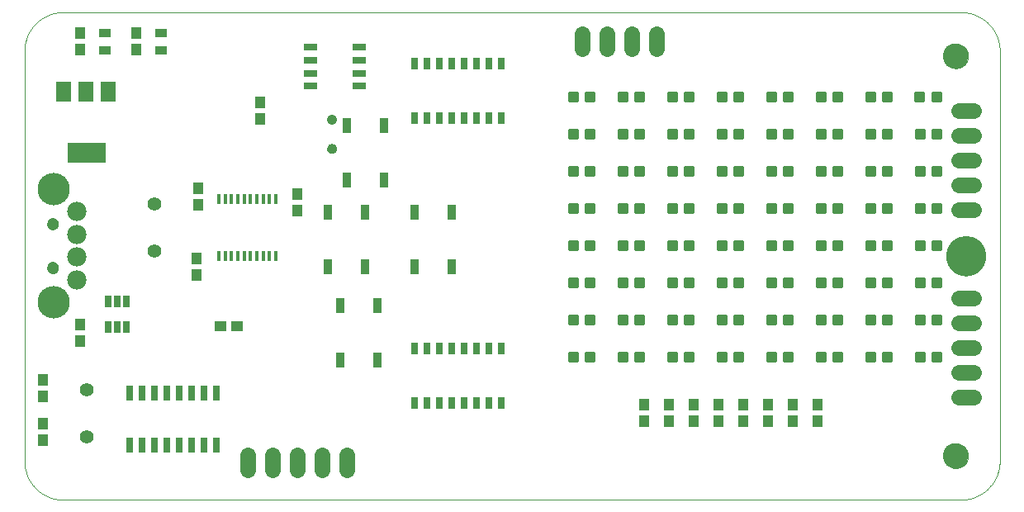
<source format=gts>
G75*
%MOIN*%
%OFA0B0*%
%FSLAX25Y25*%
%IPPOS*%
%LPD*%
%AMOC8*
5,1,8,0,0,1.08239X$1,22.5*
%
%ADD10C,0.00000*%
%ADD11C,0.16148*%
%ADD12C,0.01301*%
%ADD13R,0.04337X0.04731*%
%ADD14C,0.05600*%
%ADD15R,0.02900X0.06400*%
%ADD16C,0.07800*%
%ADD17C,0.13061*%
%ADD18C,0.04731*%
%ADD19R,0.06300X0.08300*%
%ADD20R,0.15400X0.08300*%
%ADD21R,0.05124X0.03550*%
%ADD22R,0.01600X0.04300*%
%ADD23R,0.02762X0.05124*%
%ADD24R,0.03400X0.06400*%
%ADD25C,0.06400*%
%ADD26R,0.02565X0.05124*%
%ADD27R,0.04731X0.04337*%
%ADD28C,0.10243*%
%ADD29R,0.05400X0.02900*%
%ADD30C,0.03943*%
D10*
X0059668Y0020048D02*
X0059668Y0185402D01*
X0059673Y0185783D01*
X0059686Y0186163D01*
X0059709Y0186543D01*
X0059742Y0186922D01*
X0059783Y0187300D01*
X0059833Y0187677D01*
X0059893Y0188053D01*
X0059961Y0188428D01*
X0060039Y0188800D01*
X0060126Y0189171D01*
X0060221Y0189539D01*
X0060326Y0189905D01*
X0060439Y0190268D01*
X0060561Y0190629D01*
X0060691Y0190986D01*
X0060831Y0191340D01*
X0060978Y0191691D01*
X0061135Y0192038D01*
X0061299Y0192381D01*
X0061472Y0192720D01*
X0061653Y0193055D01*
X0061842Y0193386D01*
X0062039Y0193711D01*
X0062243Y0194032D01*
X0062456Y0194348D01*
X0062676Y0194658D01*
X0062903Y0194964D01*
X0063138Y0195263D01*
X0063380Y0195557D01*
X0063628Y0195845D01*
X0063884Y0196127D01*
X0064147Y0196402D01*
X0064416Y0196671D01*
X0064691Y0196934D01*
X0064973Y0197190D01*
X0065261Y0197438D01*
X0065555Y0197680D01*
X0065854Y0197915D01*
X0066160Y0198142D01*
X0066470Y0198362D01*
X0066786Y0198575D01*
X0067107Y0198779D01*
X0067432Y0198976D01*
X0067763Y0199165D01*
X0068098Y0199346D01*
X0068437Y0199519D01*
X0068780Y0199683D01*
X0069127Y0199840D01*
X0069478Y0199987D01*
X0069832Y0200127D01*
X0070189Y0200257D01*
X0070550Y0200379D01*
X0070913Y0200492D01*
X0071279Y0200597D01*
X0071647Y0200692D01*
X0072018Y0200779D01*
X0072390Y0200857D01*
X0072765Y0200925D01*
X0073141Y0200985D01*
X0073518Y0201035D01*
X0073896Y0201076D01*
X0074275Y0201109D01*
X0074655Y0201132D01*
X0075035Y0201145D01*
X0075416Y0201150D01*
X0437620Y0201150D01*
X0438001Y0201145D01*
X0438381Y0201132D01*
X0438761Y0201109D01*
X0439140Y0201076D01*
X0439518Y0201035D01*
X0439895Y0200985D01*
X0440271Y0200925D01*
X0440646Y0200857D01*
X0441018Y0200779D01*
X0441389Y0200692D01*
X0441757Y0200597D01*
X0442123Y0200492D01*
X0442486Y0200379D01*
X0442847Y0200257D01*
X0443204Y0200127D01*
X0443558Y0199987D01*
X0443909Y0199840D01*
X0444256Y0199683D01*
X0444599Y0199519D01*
X0444938Y0199346D01*
X0445273Y0199165D01*
X0445604Y0198976D01*
X0445929Y0198779D01*
X0446250Y0198575D01*
X0446566Y0198362D01*
X0446876Y0198142D01*
X0447182Y0197915D01*
X0447481Y0197680D01*
X0447775Y0197438D01*
X0448063Y0197190D01*
X0448345Y0196934D01*
X0448620Y0196671D01*
X0448889Y0196402D01*
X0449152Y0196127D01*
X0449408Y0195845D01*
X0449656Y0195557D01*
X0449898Y0195263D01*
X0450133Y0194964D01*
X0450360Y0194658D01*
X0450580Y0194348D01*
X0450793Y0194032D01*
X0450997Y0193711D01*
X0451194Y0193386D01*
X0451383Y0193055D01*
X0451564Y0192720D01*
X0451737Y0192381D01*
X0451901Y0192038D01*
X0452058Y0191691D01*
X0452205Y0191340D01*
X0452345Y0190986D01*
X0452475Y0190629D01*
X0452597Y0190268D01*
X0452710Y0189905D01*
X0452815Y0189539D01*
X0452910Y0189171D01*
X0452997Y0188800D01*
X0453075Y0188428D01*
X0453143Y0188053D01*
X0453203Y0187677D01*
X0453253Y0187300D01*
X0453294Y0186922D01*
X0453327Y0186543D01*
X0453350Y0186163D01*
X0453363Y0185783D01*
X0453368Y0185402D01*
X0453369Y0185402D02*
X0453369Y0020048D01*
X0453368Y0020048D02*
X0453363Y0019667D01*
X0453350Y0019287D01*
X0453327Y0018907D01*
X0453294Y0018528D01*
X0453253Y0018150D01*
X0453203Y0017773D01*
X0453143Y0017397D01*
X0453075Y0017022D01*
X0452997Y0016650D01*
X0452910Y0016279D01*
X0452815Y0015911D01*
X0452710Y0015545D01*
X0452597Y0015182D01*
X0452475Y0014821D01*
X0452345Y0014464D01*
X0452205Y0014110D01*
X0452058Y0013759D01*
X0451901Y0013412D01*
X0451737Y0013069D01*
X0451564Y0012730D01*
X0451383Y0012395D01*
X0451194Y0012064D01*
X0450997Y0011739D01*
X0450793Y0011418D01*
X0450580Y0011102D01*
X0450360Y0010792D01*
X0450133Y0010486D01*
X0449898Y0010187D01*
X0449656Y0009893D01*
X0449408Y0009605D01*
X0449152Y0009323D01*
X0448889Y0009048D01*
X0448620Y0008779D01*
X0448345Y0008516D01*
X0448063Y0008260D01*
X0447775Y0008012D01*
X0447481Y0007770D01*
X0447182Y0007535D01*
X0446876Y0007308D01*
X0446566Y0007088D01*
X0446250Y0006875D01*
X0445929Y0006671D01*
X0445604Y0006474D01*
X0445273Y0006285D01*
X0444938Y0006104D01*
X0444599Y0005931D01*
X0444256Y0005767D01*
X0443909Y0005610D01*
X0443558Y0005463D01*
X0443204Y0005323D01*
X0442847Y0005193D01*
X0442486Y0005071D01*
X0442123Y0004958D01*
X0441757Y0004853D01*
X0441389Y0004758D01*
X0441018Y0004671D01*
X0440646Y0004593D01*
X0440271Y0004525D01*
X0439895Y0004465D01*
X0439518Y0004415D01*
X0439140Y0004374D01*
X0438761Y0004341D01*
X0438381Y0004318D01*
X0438001Y0004305D01*
X0437620Y0004300D01*
X0075416Y0004300D01*
X0075035Y0004305D01*
X0074655Y0004318D01*
X0074275Y0004341D01*
X0073896Y0004374D01*
X0073518Y0004415D01*
X0073141Y0004465D01*
X0072765Y0004525D01*
X0072390Y0004593D01*
X0072018Y0004671D01*
X0071647Y0004758D01*
X0071279Y0004853D01*
X0070913Y0004958D01*
X0070550Y0005071D01*
X0070189Y0005193D01*
X0069832Y0005323D01*
X0069478Y0005463D01*
X0069127Y0005610D01*
X0068780Y0005767D01*
X0068437Y0005931D01*
X0068098Y0006104D01*
X0067763Y0006285D01*
X0067432Y0006474D01*
X0067107Y0006671D01*
X0066786Y0006875D01*
X0066470Y0007088D01*
X0066160Y0007308D01*
X0065854Y0007535D01*
X0065555Y0007770D01*
X0065261Y0008012D01*
X0064973Y0008260D01*
X0064691Y0008516D01*
X0064416Y0008779D01*
X0064147Y0009048D01*
X0063884Y0009323D01*
X0063628Y0009605D01*
X0063380Y0009893D01*
X0063138Y0010187D01*
X0062903Y0010486D01*
X0062676Y0010792D01*
X0062456Y0011102D01*
X0062243Y0011418D01*
X0062039Y0011739D01*
X0061842Y0012064D01*
X0061653Y0012395D01*
X0061472Y0012730D01*
X0061299Y0013069D01*
X0061135Y0013412D01*
X0060978Y0013759D01*
X0060831Y0014110D01*
X0060691Y0014464D01*
X0060561Y0014821D01*
X0060439Y0015182D01*
X0060326Y0015545D01*
X0060221Y0015911D01*
X0060126Y0016279D01*
X0060039Y0016650D01*
X0059961Y0017022D01*
X0059893Y0017397D01*
X0059833Y0017773D01*
X0059783Y0018150D01*
X0059742Y0018528D01*
X0059709Y0018907D01*
X0059686Y0019287D01*
X0059673Y0019667D01*
X0059668Y0020048D01*
X0068920Y0097942D02*
X0068922Y0098035D01*
X0068928Y0098127D01*
X0068938Y0098219D01*
X0068952Y0098310D01*
X0068969Y0098401D01*
X0068991Y0098491D01*
X0069016Y0098580D01*
X0069045Y0098668D01*
X0069078Y0098754D01*
X0069115Y0098839D01*
X0069155Y0098923D01*
X0069199Y0099004D01*
X0069246Y0099084D01*
X0069296Y0099162D01*
X0069350Y0099237D01*
X0069407Y0099310D01*
X0069467Y0099380D01*
X0069530Y0099448D01*
X0069596Y0099513D01*
X0069664Y0099575D01*
X0069735Y0099635D01*
X0069809Y0099691D01*
X0069885Y0099744D01*
X0069963Y0099793D01*
X0070043Y0099840D01*
X0070125Y0099882D01*
X0070209Y0099922D01*
X0070294Y0099957D01*
X0070381Y0099989D01*
X0070469Y0100018D01*
X0070558Y0100042D01*
X0070648Y0100063D01*
X0070739Y0100079D01*
X0070831Y0100092D01*
X0070923Y0100101D01*
X0071016Y0100106D01*
X0071108Y0100107D01*
X0071201Y0100104D01*
X0071293Y0100097D01*
X0071385Y0100086D01*
X0071476Y0100071D01*
X0071567Y0100053D01*
X0071657Y0100030D01*
X0071745Y0100004D01*
X0071833Y0099974D01*
X0071919Y0099940D01*
X0072003Y0099903D01*
X0072086Y0099861D01*
X0072167Y0099817D01*
X0072247Y0099769D01*
X0072324Y0099718D01*
X0072398Y0099663D01*
X0072471Y0099605D01*
X0072541Y0099545D01*
X0072608Y0099481D01*
X0072672Y0099415D01*
X0072734Y0099345D01*
X0072792Y0099274D01*
X0072847Y0099200D01*
X0072899Y0099123D01*
X0072948Y0099044D01*
X0072994Y0098964D01*
X0073036Y0098881D01*
X0073074Y0098797D01*
X0073109Y0098711D01*
X0073140Y0098624D01*
X0073167Y0098536D01*
X0073190Y0098446D01*
X0073210Y0098356D01*
X0073226Y0098265D01*
X0073238Y0098173D01*
X0073246Y0098081D01*
X0073250Y0097988D01*
X0073250Y0097896D01*
X0073246Y0097803D01*
X0073238Y0097711D01*
X0073226Y0097619D01*
X0073210Y0097528D01*
X0073190Y0097438D01*
X0073167Y0097348D01*
X0073140Y0097260D01*
X0073109Y0097173D01*
X0073074Y0097087D01*
X0073036Y0097003D01*
X0072994Y0096920D01*
X0072948Y0096840D01*
X0072899Y0096761D01*
X0072847Y0096684D01*
X0072792Y0096610D01*
X0072734Y0096539D01*
X0072672Y0096469D01*
X0072608Y0096403D01*
X0072541Y0096339D01*
X0072471Y0096279D01*
X0072398Y0096221D01*
X0072324Y0096166D01*
X0072247Y0096115D01*
X0072168Y0096067D01*
X0072086Y0096023D01*
X0072003Y0095981D01*
X0071919Y0095944D01*
X0071833Y0095910D01*
X0071745Y0095880D01*
X0071657Y0095854D01*
X0071567Y0095831D01*
X0071476Y0095813D01*
X0071385Y0095798D01*
X0071293Y0095787D01*
X0071201Y0095780D01*
X0071108Y0095777D01*
X0071016Y0095778D01*
X0070923Y0095783D01*
X0070831Y0095792D01*
X0070739Y0095805D01*
X0070648Y0095821D01*
X0070558Y0095842D01*
X0070469Y0095866D01*
X0070381Y0095895D01*
X0070294Y0095927D01*
X0070209Y0095962D01*
X0070125Y0096002D01*
X0070043Y0096044D01*
X0069963Y0096091D01*
X0069885Y0096140D01*
X0069809Y0096193D01*
X0069735Y0096249D01*
X0069664Y0096309D01*
X0069596Y0096371D01*
X0069530Y0096436D01*
X0069467Y0096504D01*
X0069407Y0096574D01*
X0069350Y0096647D01*
X0069296Y0096722D01*
X0069246Y0096800D01*
X0069199Y0096880D01*
X0069155Y0096961D01*
X0069115Y0097045D01*
X0069078Y0097130D01*
X0069045Y0097216D01*
X0069016Y0097304D01*
X0068991Y0097393D01*
X0068969Y0097483D01*
X0068952Y0097574D01*
X0068938Y0097665D01*
X0068928Y0097757D01*
X0068922Y0097849D01*
X0068920Y0097942D01*
X0068920Y0115658D02*
X0068922Y0115751D01*
X0068928Y0115843D01*
X0068938Y0115935D01*
X0068952Y0116026D01*
X0068969Y0116117D01*
X0068991Y0116207D01*
X0069016Y0116296D01*
X0069045Y0116384D01*
X0069078Y0116470D01*
X0069115Y0116555D01*
X0069155Y0116639D01*
X0069199Y0116720D01*
X0069246Y0116800D01*
X0069296Y0116878D01*
X0069350Y0116953D01*
X0069407Y0117026D01*
X0069467Y0117096D01*
X0069530Y0117164D01*
X0069596Y0117229D01*
X0069664Y0117291D01*
X0069735Y0117351D01*
X0069809Y0117407D01*
X0069885Y0117460D01*
X0069963Y0117509D01*
X0070043Y0117556D01*
X0070125Y0117598D01*
X0070209Y0117638D01*
X0070294Y0117673D01*
X0070381Y0117705D01*
X0070469Y0117734D01*
X0070558Y0117758D01*
X0070648Y0117779D01*
X0070739Y0117795D01*
X0070831Y0117808D01*
X0070923Y0117817D01*
X0071016Y0117822D01*
X0071108Y0117823D01*
X0071201Y0117820D01*
X0071293Y0117813D01*
X0071385Y0117802D01*
X0071476Y0117787D01*
X0071567Y0117769D01*
X0071657Y0117746D01*
X0071745Y0117720D01*
X0071833Y0117690D01*
X0071919Y0117656D01*
X0072003Y0117619D01*
X0072086Y0117577D01*
X0072167Y0117533D01*
X0072247Y0117485D01*
X0072324Y0117434D01*
X0072398Y0117379D01*
X0072471Y0117321D01*
X0072541Y0117261D01*
X0072608Y0117197D01*
X0072672Y0117131D01*
X0072734Y0117061D01*
X0072792Y0116990D01*
X0072847Y0116916D01*
X0072899Y0116839D01*
X0072948Y0116760D01*
X0072994Y0116680D01*
X0073036Y0116597D01*
X0073074Y0116513D01*
X0073109Y0116427D01*
X0073140Y0116340D01*
X0073167Y0116252D01*
X0073190Y0116162D01*
X0073210Y0116072D01*
X0073226Y0115981D01*
X0073238Y0115889D01*
X0073246Y0115797D01*
X0073250Y0115704D01*
X0073250Y0115612D01*
X0073246Y0115519D01*
X0073238Y0115427D01*
X0073226Y0115335D01*
X0073210Y0115244D01*
X0073190Y0115154D01*
X0073167Y0115064D01*
X0073140Y0114976D01*
X0073109Y0114889D01*
X0073074Y0114803D01*
X0073036Y0114719D01*
X0072994Y0114636D01*
X0072948Y0114556D01*
X0072899Y0114477D01*
X0072847Y0114400D01*
X0072792Y0114326D01*
X0072734Y0114255D01*
X0072672Y0114185D01*
X0072608Y0114119D01*
X0072541Y0114055D01*
X0072471Y0113995D01*
X0072398Y0113937D01*
X0072324Y0113882D01*
X0072247Y0113831D01*
X0072168Y0113783D01*
X0072086Y0113739D01*
X0072003Y0113697D01*
X0071919Y0113660D01*
X0071833Y0113626D01*
X0071745Y0113596D01*
X0071657Y0113570D01*
X0071567Y0113547D01*
X0071476Y0113529D01*
X0071385Y0113514D01*
X0071293Y0113503D01*
X0071201Y0113496D01*
X0071108Y0113493D01*
X0071016Y0113494D01*
X0070923Y0113499D01*
X0070831Y0113508D01*
X0070739Y0113521D01*
X0070648Y0113537D01*
X0070558Y0113558D01*
X0070469Y0113582D01*
X0070381Y0113611D01*
X0070294Y0113643D01*
X0070209Y0113678D01*
X0070125Y0113718D01*
X0070043Y0113760D01*
X0069963Y0113807D01*
X0069885Y0113856D01*
X0069809Y0113909D01*
X0069735Y0113965D01*
X0069664Y0114025D01*
X0069596Y0114087D01*
X0069530Y0114152D01*
X0069467Y0114220D01*
X0069407Y0114290D01*
X0069350Y0114363D01*
X0069296Y0114438D01*
X0069246Y0114516D01*
X0069199Y0114596D01*
X0069155Y0114677D01*
X0069115Y0114761D01*
X0069078Y0114846D01*
X0069045Y0114932D01*
X0069016Y0115020D01*
X0068991Y0115109D01*
X0068969Y0115199D01*
X0068952Y0115290D01*
X0068938Y0115381D01*
X0068928Y0115473D01*
X0068922Y0115565D01*
X0068920Y0115658D01*
X0181911Y0146032D02*
X0181913Y0146116D01*
X0181919Y0146199D01*
X0181929Y0146282D01*
X0181943Y0146365D01*
X0181960Y0146447D01*
X0181982Y0146528D01*
X0182007Y0146607D01*
X0182036Y0146686D01*
X0182069Y0146763D01*
X0182105Y0146838D01*
X0182145Y0146912D01*
X0182188Y0146984D01*
X0182235Y0147053D01*
X0182285Y0147120D01*
X0182338Y0147185D01*
X0182394Y0147247D01*
X0182452Y0147307D01*
X0182514Y0147364D01*
X0182578Y0147417D01*
X0182645Y0147468D01*
X0182714Y0147515D01*
X0182785Y0147560D01*
X0182858Y0147600D01*
X0182933Y0147637D01*
X0183010Y0147671D01*
X0183088Y0147701D01*
X0183167Y0147727D01*
X0183248Y0147750D01*
X0183330Y0147768D01*
X0183412Y0147783D01*
X0183495Y0147794D01*
X0183578Y0147801D01*
X0183662Y0147804D01*
X0183746Y0147803D01*
X0183829Y0147798D01*
X0183913Y0147789D01*
X0183995Y0147776D01*
X0184077Y0147760D01*
X0184158Y0147739D01*
X0184239Y0147715D01*
X0184317Y0147687D01*
X0184395Y0147655D01*
X0184471Y0147619D01*
X0184545Y0147580D01*
X0184617Y0147538D01*
X0184687Y0147492D01*
X0184755Y0147443D01*
X0184820Y0147391D01*
X0184883Y0147336D01*
X0184943Y0147278D01*
X0185001Y0147217D01*
X0185055Y0147153D01*
X0185107Y0147087D01*
X0185155Y0147019D01*
X0185200Y0146948D01*
X0185241Y0146875D01*
X0185280Y0146801D01*
X0185314Y0146725D01*
X0185345Y0146647D01*
X0185372Y0146568D01*
X0185396Y0146487D01*
X0185415Y0146406D01*
X0185431Y0146324D01*
X0185443Y0146241D01*
X0185451Y0146157D01*
X0185455Y0146074D01*
X0185455Y0145990D01*
X0185451Y0145907D01*
X0185443Y0145823D01*
X0185431Y0145740D01*
X0185415Y0145658D01*
X0185396Y0145577D01*
X0185372Y0145496D01*
X0185345Y0145417D01*
X0185314Y0145339D01*
X0185280Y0145263D01*
X0185241Y0145189D01*
X0185200Y0145116D01*
X0185155Y0145045D01*
X0185107Y0144977D01*
X0185055Y0144911D01*
X0185001Y0144847D01*
X0184943Y0144786D01*
X0184883Y0144728D01*
X0184820Y0144673D01*
X0184755Y0144621D01*
X0184687Y0144572D01*
X0184617Y0144526D01*
X0184545Y0144484D01*
X0184471Y0144445D01*
X0184395Y0144409D01*
X0184317Y0144377D01*
X0184239Y0144349D01*
X0184158Y0144325D01*
X0184077Y0144304D01*
X0183995Y0144288D01*
X0183913Y0144275D01*
X0183829Y0144266D01*
X0183746Y0144261D01*
X0183662Y0144260D01*
X0183578Y0144263D01*
X0183495Y0144270D01*
X0183412Y0144281D01*
X0183330Y0144296D01*
X0183248Y0144314D01*
X0183167Y0144337D01*
X0183088Y0144363D01*
X0183010Y0144393D01*
X0182933Y0144427D01*
X0182858Y0144464D01*
X0182785Y0144504D01*
X0182714Y0144549D01*
X0182645Y0144596D01*
X0182578Y0144647D01*
X0182514Y0144700D01*
X0182452Y0144757D01*
X0182394Y0144817D01*
X0182338Y0144879D01*
X0182285Y0144944D01*
X0182235Y0145011D01*
X0182188Y0145080D01*
X0182145Y0145152D01*
X0182105Y0145226D01*
X0182069Y0145301D01*
X0182036Y0145378D01*
X0182007Y0145457D01*
X0181982Y0145536D01*
X0181960Y0145617D01*
X0181943Y0145699D01*
X0181929Y0145782D01*
X0181919Y0145865D01*
X0181913Y0145948D01*
X0181911Y0146032D01*
X0181911Y0157843D02*
X0181913Y0157927D01*
X0181919Y0158010D01*
X0181929Y0158093D01*
X0181943Y0158176D01*
X0181960Y0158258D01*
X0181982Y0158339D01*
X0182007Y0158418D01*
X0182036Y0158497D01*
X0182069Y0158574D01*
X0182105Y0158649D01*
X0182145Y0158723D01*
X0182188Y0158795D01*
X0182235Y0158864D01*
X0182285Y0158931D01*
X0182338Y0158996D01*
X0182394Y0159058D01*
X0182452Y0159118D01*
X0182514Y0159175D01*
X0182578Y0159228D01*
X0182645Y0159279D01*
X0182714Y0159326D01*
X0182785Y0159371D01*
X0182858Y0159411D01*
X0182933Y0159448D01*
X0183010Y0159482D01*
X0183088Y0159512D01*
X0183167Y0159538D01*
X0183248Y0159561D01*
X0183330Y0159579D01*
X0183412Y0159594D01*
X0183495Y0159605D01*
X0183578Y0159612D01*
X0183662Y0159615D01*
X0183746Y0159614D01*
X0183829Y0159609D01*
X0183913Y0159600D01*
X0183995Y0159587D01*
X0184077Y0159571D01*
X0184158Y0159550D01*
X0184239Y0159526D01*
X0184317Y0159498D01*
X0184395Y0159466D01*
X0184471Y0159430D01*
X0184545Y0159391D01*
X0184617Y0159349D01*
X0184687Y0159303D01*
X0184755Y0159254D01*
X0184820Y0159202D01*
X0184883Y0159147D01*
X0184943Y0159089D01*
X0185001Y0159028D01*
X0185055Y0158964D01*
X0185107Y0158898D01*
X0185155Y0158830D01*
X0185200Y0158759D01*
X0185241Y0158686D01*
X0185280Y0158612D01*
X0185314Y0158536D01*
X0185345Y0158458D01*
X0185372Y0158379D01*
X0185396Y0158298D01*
X0185415Y0158217D01*
X0185431Y0158135D01*
X0185443Y0158052D01*
X0185451Y0157968D01*
X0185455Y0157885D01*
X0185455Y0157801D01*
X0185451Y0157718D01*
X0185443Y0157634D01*
X0185431Y0157551D01*
X0185415Y0157469D01*
X0185396Y0157388D01*
X0185372Y0157307D01*
X0185345Y0157228D01*
X0185314Y0157150D01*
X0185280Y0157074D01*
X0185241Y0157000D01*
X0185200Y0156927D01*
X0185155Y0156856D01*
X0185107Y0156788D01*
X0185055Y0156722D01*
X0185001Y0156658D01*
X0184943Y0156597D01*
X0184883Y0156539D01*
X0184820Y0156484D01*
X0184755Y0156432D01*
X0184687Y0156383D01*
X0184617Y0156337D01*
X0184545Y0156295D01*
X0184471Y0156256D01*
X0184395Y0156220D01*
X0184317Y0156188D01*
X0184239Y0156160D01*
X0184158Y0156136D01*
X0184077Y0156115D01*
X0183995Y0156099D01*
X0183913Y0156086D01*
X0183829Y0156077D01*
X0183746Y0156072D01*
X0183662Y0156071D01*
X0183578Y0156074D01*
X0183495Y0156081D01*
X0183412Y0156092D01*
X0183330Y0156107D01*
X0183248Y0156125D01*
X0183167Y0156148D01*
X0183088Y0156174D01*
X0183010Y0156204D01*
X0182933Y0156238D01*
X0182858Y0156275D01*
X0182785Y0156315D01*
X0182714Y0156360D01*
X0182645Y0156407D01*
X0182578Y0156458D01*
X0182514Y0156511D01*
X0182452Y0156568D01*
X0182394Y0156628D01*
X0182338Y0156690D01*
X0182285Y0156755D01*
X0182235Y0156822D01*
X0182188Y0156891D01*
X0182145Y0156963D01*
X0182105Y0157037D01*
X0182069Y0157112D01*
X0182036Y0157189D01*
X0182007Y0157268D01*
X0181982Y0157347D01*
X0181960Y0157428D01*
X0181943Y0157510D01*
X0181929Y0157593D01*
X0181919Y0157676D01*
X0181913Y0157759D01*
X0181911Y0157843D01*
X0430731Y0183434D02*
X0430733Y0183574D01*
X0430739Y0183714D01*
X0430749Y0183853D01*
X0430763Y0183992D01*
X0430781Y0184131D01*
X0430802Y0184269D01*
X0430828Y0184407D01*
X0430858Y0184544D01*
X0430891Y0184679D01*
X0430929Y0184814D01*
X0430970Y0184948D01*
X0431015Y0185081D01*
X0431063Y0185212D01*
X0431116Y0185341D01*
X0431172Y0185470D01*
X0431231Y0185596D01*
X0431295Y0185721D01*
X0431361Y0185844D01*
X0431432Y0185965D01*
X0431505Y0186084D01*
X0431582Y0186201D01*
X0431663Y0186315D01*
X0431746Y0186427D01*
X0431833Y0186537D01*
X0431923Y0186645D01*
X0432015Y0186749D01*
X0432111Y0186851D01*
X0432210Y0186951D01*
X0432311Y0187047D01*
X0432415Y0187141D01*
X0432522Y0187231D01*
X0432631Y0187318D01*
X0432743Y0187403D01*
X0432857Y0187484D01*
X0432973Y0187562D01*
X0433091Y0187636D01*
X0433212Y0187707D01*
X0433334Y0187775D01*
X0433459Y0187839D01*
X0433585Y0187900D01*
X0433712Y0187957D01*
X0433842Y0188010D01*
X0433973Y0188060D01*
X0434105Y0188105D01*
X0434238Y0188148D01*
X0434373Y0188186D01*
X0434508Y0188220D01*
X0434645Y0188251D01*
X0434782Y0188278D01*
X0434920Y0188300D01*
X0435059Y0188319D01*
X0435198Y0188334D01*
X0435337Y0188345D01*
X0435477Y0188352D01*
X0435617Y0188355D01*
X0435757Y0188354D01*
X0435897Y0188349D01*
X0436036Y0188340D01*
X0436176Y0188327D01*
X0436315Y0188310D01*
X0436453Y0188289D01*
X0436591Y0188265D01*
X0436728Y0188236D01*
X0436864Y0188204D01*
X0436999Y0188167D01*
X0437133Y0188127D01*
X0437266Y0188083D01*
X0437397Y0188035D01*
X0437527Y0187984D01*
X0437656Y0187929D01*
X0437783Y0187870D01*
X0437908Y0187807D01*
X0438031Y0187742D01*
X0438153Y0187672D01*
X0438272Y0187599D01*
X0438390Y0187523D01*
X0438505Y0187444D01*
X0438618Y0187361D01*
X0438728Y0187275D01*
X0438836Y0187186D01*
X0438941Y0187094D01*
X0439044Y0186999D01*
X0439144Y0186901D01*
X0439241Y0186801D01*
X0439335Y0186697D01*
X0439427Y0186591D01*
X0439515Y0186483D01*
X0439600Y0186372D01*
X0439682Y0186258D01*
X0439761Y0186142D01*
X0439836Y0186025D01*
X0439908Y0185905D01*
X0439976Y0185783D01*
X0440041Y0185659D01*
X0440103Y0185533D01*
X0440161Y0185406D01*
X0440215Y0185277D01*
X0440266Y0185146D01*
X0440312Y0185014D01*
X0440355Y0184881D01*
X0440395Y0184747D01*
X0440430Y0184612D01*
X0440462Y0184475D01*
X0440489Y0184338D01*
X0440513Y0184200D01*
X0440533Y0184062D01*
X0440549Y0183923D01*
X0440561Y0183783D01*
X0440569Y0183644D01*
X0440573Y0183504D01*
X0440573Y0183364D01*
X0440569Y0183224D01*
X0440561Y0183085D01*
X0440549Y0182945D01*
X0440533Y0182806D01*
X0440513Y0182668D01*
X0440489Y0182530D01*
X0440462Y0182393D01*
X0440430Y0182256D01*
X0440395Y0182121D01*
X0440355Y0181987D01*
X0440312Y0181854D01*
X0440266Y0181722D01*
X0440215Y0181591D01*
X0440161Y0181462D01*
X0440103Y0181335D01*
X0440041Y0181209D01*
X0439976Y0181085D01*
X0439908Y0180963D01*
X0439836Y0180843D01*
X0439761Y0180726D01*
X0439682Y0180610D01*
X0439600Y0180496D01*
X0439515Y0180385D01*
X0439427Y0180277D01*
X0439335Y0180171D01*
X0439241Y0180067D01*
X0439144Y0179967D01*
X0439044Y0179869D01*
X0438941Y0179774D01*
X0438836Y0179682D01*
X0438728Y0179593D01*
X0438618Y0179507D01*
X0438505Y0179424D01*
X0438390Y0179345D01*
X0438272Y0179269D01*
X0438153Y0179196D01*
X0438031Y0179126D01*
X0437908Y0179061D01*
X0437783Y0178998D01*
X0437656Y0178939D01*
X0437527Y0178884D01*
X0437397Y0178833D01*
X0437266Y0178785D01*
X0437133Y0178741D01*
X0436999Y0178701D01*
X0436864Y0178664D01*
X0436728Y0178632D01*
X0436591Y0178603D01*
X0436453Y0178579D01*
X0436315Y0178558D01*
X0436176Y0178541D01*
X0436036Y0178528D01*
X0435897Y0178519D01*
X0435757Y0178514D01*
X0435617Y0178513D01*
X0435477Y0178516D01*
X0435337Y0178523D01*
X0435198Y0178534D01*
X0435059Y0178549D01*
X0434920Y0178568D01*
X0434782Y0178590D01*
X0434645Y0178617D01*
X0434508Y0178648D01*
X0434373Y0178682D01*
X0434238Y0178720D01*
X0434105Y0178763D01*
X0433973Y0178808D01*
X0433842Y0178858D01*
X0433712Y0178911D01*
X0433585Y0178968D01*
X0433459Y0179029D01*
X0433334Y0179093D01*
X0433212Y0179161D01*
X0433091Y0179232D01*
X0432973Y0179306D01*
X0432857Y0179384D01*
X0432743Y0179465D01*
X0432631Y0179550D01*
X0432522Y0179637D01*
X0432415Y0179727D01*
X0432311Y0179821D01*
X0432210Y0179917D01*
X0432111Y0180017D01*
X0432015Y0180119D01*
X0431923Y0180223D01*
X0431833Y0180331D01*
X0431746Y0180441D01*
X0431663Y0180553D01*
X0431582Y0180667D01*
X0431505Y0180784D01*
X0431432Y0180903D01*
X0431361Y0181024D01*
X0431295Y0181147D01*
X0431231Y0181272D01*
X0431172Y0181398D01*
X0431116Y0181527D01*
X0431063Y0181656D01*
X0431015Y0181787D01*
X0430970Y0181920D01*
X0430929Y0182054D01*
X0430891Y0182189D01*
X0430858Y0182324D01*
X0430828Y0182461D01*
X0430802Y0182599D01*
X0430781Y0182737D01*
X0430763Y0182876D01*
X0430749Y0183015D01*
X0430739Y0183154D01*
X0430733Y0183294D01*
X0430731Y0183434D01*
X0431794Y0102725D02*
X0431796Y0102918D01*
X0431803Y0103111D01*
X0431815Y0103304D01*
X0431832Y0103497D01*
X0431853Y0103689D01*
X0431879Y0103880D01*
X0431910Y0104071D01*
X0431945Y0104261D01*
X0431985Y0104450D01*
X0432030Y0104638D01*
X0432079Y0104825D01*
X0432133Y0105011D01*
X0432191Y0105195D01*
X0432254Y0105378D01*
X0432322Y0105559D01*
X0432393Y0105738D01*
X0432470Y0105916D01*
X0432550Y0106092D01*
X0432635Y0106265D01*
X0432724Y0106437D01*
X0432817Y0106606D01*
X0432914Y0106773D01*
X0433016Y0106938D01*
X0433121Y0107100D01*
X0433230Y0107259D01*
X0433344Y0107416D01*
X0433461Y0107569D01*
X0433581Y0107720D01*
X0433706Y0107868D01*
X0433834Y0108013D01*
X0433965Y0108154D01*
X0434100Y0108293D01*
X0434239Y0108428D01*
X0434380Y0108559D01*
X0434525Y0108687D01*
X0434673Y0108812D01*
X0434824Y0108932D01*
X0434977Y0109049D01*
X0435134Y0109163D01*
X0435293Y0109272D01*
X0435455Y0109377D01*
X0435620Y0109479D01*
X0435787Y0109576D01*
X0435956Y0109669D01*
X0436128Y0109758D01*
X0436301Y0109843D01*
X0436477Y0109923D01*
X0436655Y0110000D01*
X0436834Y0110071D01*
X0437015Y0110139D01*
X0437198Y0110202D01*
X0437382Y0110260D01*
X0437568Y0110314D01*
X0437755Y0110363D01*
X0437943Y0110408D01*
X0438132Y0110448D01*
X0438322Y0110483D01*
X0438513Y0110514D01*
X0438704Y0110540D01*
X0438896Y0110561D01*
X0439089Y0110578D01*
X0439282Y0110590D01*
X0439475Y0110597D01*
X0439668Y0110599D01*
X0439861Y0110597D01*
X0440054Y0110590D01*
X0440247Y0110578D01*
X0440440Y0110561D01*
X0440632Y0110540D01*
X0440823Y0110514D01*
X0441014Y0110483D01*
X0441204Y0110448D01*
X0441393Y0110408D01*
X0441581Y0110363D01*
X0441768Y0110314D01*
X0441954Y0110260D01*
X0442138Y0110202D01*
X0442321Y0110139D01*
X0442502Y0110071D01*
X0442681Y0110000D01*
X0442859Y0109923D01*
X0443035Y0109843D01*
X0443208Y0109758D01*
X0443380Y0109669D01*
X0443549Y0109576D01*
X0443716Y0109479D01*
X0443881Y0109377D01*
X0444043Y0109272D01*
X0444202Y0109163D01*
X0444359Y0109049D01*
X0444512Y0108932D01*
X0444663Y0108812D01*
X0444811Y0108687D01*
X0444956Y0108559D01*
X0445097Y0108428D01*
X0445236Y0108293D01*
X0445371Y0108154D01*
X0445502Y0108013D01*
X0445630Y0107868D01*
X0445755Y0107720D01*
X0445875Y0107569D01*
X0445992Y0107416D01*
X0446106Y0107259D01*
X0446215Y0107100D01*
X0446320Y0106938D01*
X0446422Y0106773D01*
X0446519Y0106606D01*
X0446612Y0106437D01*
X0446701Y0106265D01*
X0446786Y0106092D01*
X0446866Y0105916D01*
X0446943Y0105738D01*
X0447014Y0105559D01*
X0447082Y0105378D01*
X0447145Y0105195D01*
X0447203Y0105011D01*
X0447257Y0104825D01*
X0447306Y0104638D01*
X0447351Y0104450D01*
X0447391Y0104261D01*
X0447426Y0104071D01*
X0447457Y0103880D01*
X0447483Y0103689D01*
X0447504Y0103497D01*
X0447521Y0103304D01*
X0447533Y0103111D01*
X0447540Y0102918D01*
X0447542Y0102725D01*
X0447540Y0102532D01*
X0447533Y0102339D01*
X0447521Y0102146D01*
X0447504Y0101953D01*
X0447483Y0101761D01*
X0447457Y0101570D01*
X0447426Y0101379D01*
X0447391Y0101189D01*
X0447351Y0101000D01*
X0447306Y0100812D01*
X0447257Y0100625D01*
X0447203Y0100439D01*
X0447145Y0100255D01*
X0447082Y0100072D01*
X0447014Y0099891D01*
X0446943Y0099712D01*
X0446866Y0099534D01*
X0446786Y0099358D01*
X0446701Y0099185D01*
X0446612Y0099013D01*
X0446519Y0098844D01*
X0446422Y0098677D01*
X0446320Y0098512D01*
X0446215Y0098350D01*
X0446106Y0098191D01*
X0445992Y0098034D01*
X0445875Y0097881D01*
X0445755Y0097730D01*
X0445630Y0097582D01*
X0445502Y0097437D01*
X0445371Y0097296D01*
X0445236Y0097157D01*
X0445097Y0097022D01*
X0444956Y0096891D01*
X0444811Y0096763D01*
X0444663Y0096638D01*
X0444512Y0096518D01*
X0444359Y0096401D01*
X0444202Y0096287D01*
X0444043Y0096178D01*
X0443881Y0096073D01*
X0443716Y0095971D01*
X0443549Y0095874D01*
X0443380Y0095781D01*
X0443208Y0095692D01*
X0443035Y0095607D01*
X0442859Y0095527D01*
X0442681Y0095450D01*
X0442502Y0095379D01*
X0442321Y0095311D01*
X0442138Y0095248D01*
X0441954Y0095190D01*
X0441768Y0095136D01*
X0441581Y0095087D01*
X0441393Y0095042D01*
X0441204Y0095002D01*
X0441014Y0094967D01*
X0440823Y0094936D01*
X0440632Y0094910D01*
X0440440Y0094889D01*
X0440247Y0094872D01*
X0440054Y0094860D01*
X0439861Y0094853D01*
X0439668Y0094851D01*
X0439475Y0094853D01*
X0439282Y0094860D01*
X0439089Y0094872D01*
X0438896Y0094889D01*
X0438704Y0094910D01*
X0438513Y0094936D01*
X0438322Y0094967D01*
X0438132Y0095002D01*
X0437943Y0095042D01*
X0437755Y0095087D01*
X0437568Y0095136D01*
X0437382Y0095190D01*
X0437198Y0095248D01*
X0437015Y0095311D01*
X0436834Y0095379D01*
X0436655Y0095450D01*
X0436477Y0095527D01*
X0436301Y0095607D01*
X0436128Y0095692D01*
X0435956Y0095781D01*
X0435787Y0095874D01*
X0435620Y0095971D01*
X0435455Y0096073D01*
X0435293Y0096178D01*
X0435134Y0096287D01*
X0434977Y0096401D01*
X0434824Y0096518D01*
X0434673Y0096638D01*
X0434525Y0096763D01*
X0434380Y0096891D01*
X0434239Y0097022D01*
X0434100Y0097157D01*
X0433965Y0097296D01*
X0433834Y0097437D01*
X0433706Y0097582D01*
X0433581Y0097730D01*
X0433461Y0097881D01*
X0433344Y0098034D01*
X0433230Y0098191D01*
X0433121Y0098350D01*
X0433016Y0098512D01*
X0432914Y0098677D01*
X0432817Y0098844D01*
X0432724Y0099013D01*
X0432635Y0099185D01*
X0432550Y0099358D01*
X0432470Y0099534D01*
X0432393Y0099712D01*
X0432322Y0099891D01*
X0432254Y0100072D01*
X0432191Y0100255D01*
X0432133Y0100439D01*
X0432079Y0100625D01*
X0432030Y0100812D01*
X0431985Y0101000D01*
X0431945Y0101189D01*
X0431910Y0101379D01*
X0431879Y0101570D01*
X0431853Y0101761D01*
X0431832Y0101953D01*
X0431815Y0102146D01*
X0431803Y0102339D01*
X0431796Y0102532D01*
X0431794Y0102725D01*
X0430731Y0022017D02*
X0430733Y0022157D01*
X0430739Y0022297D01*
X0430749Y0022436D01*
X0430763Y0022575D01*
X0430781Y0022714D01*
X0430802Y0022852D01*
X0430828Y0022990D01*
X0430858Y0023127D01*
X0430891Y0023262D01*
X0430929Y0023397D01*
X0430970Y0023531D01*
X0431015Y0023664D01*
X0431063Y0023795D01*
X0431116Y0023924D01*
X0431172Y0024053D01*
X0431231Y0024179D01*
X0431295Y0024304D01*
X0431361Y0024427D01*
X0431432Y0024548D01*
X0431505Y0024667D01*
X0431582Y0024784D01*
X0431663Y0024898D01*
X0431746Y0025010D01*
X0431833Y0025120D01*
X0431923Y0025228D01*
X0432015Y0025332D01*
X0432111Y0025434D01*
X0432210Y0025534D01*
X0432311Y0025630D01*
X0432415Y0025724D01*
X0432522Y0025814D01*
X0432631Y0025901D01*
X0432743Y0025986D01*
X0432857Y0026067D01*
X0432973Y0026145D01*
X0433091Y0026219D01*
X0433212Y0026290D01*
X0433334Y0026358D01*
X0433459Y0026422D01*
X0433585Y0026483D01*
X0433712Y0026540D01*
X0433842Y0026593D01*
X0433973Y0026643D01*
X0434105Y0026688D01*
X0434238Y0026731D01*
X0434373Y0026769D01*
X0434508Y0026803D01*
X0434645Y0026834D01*
X0434782Y0026861D01*
X0434920Y0026883D01*
X0435059Y0026902D01*
X0435198Y0026917D01*
X0435337Y0026928D01*
X0435477Y0026935D01*
X0435617Y0026938D01*
X0435757Y0026937D01*
X0435897Y0026932D01*
X0436036Y0026923D01*
X0436176Y0026910D01*
X0436315Y0026893D01*
X0436453Y0026872D01*
X0436591Y0026848D01*
X0436728Y0026819D01*
X0436864Y0026787D01*
X0436999Y0026750D01*
X0437133Y0026710D01*
X0437266Y0026666D01*
X0437397Y0026618D01*
X0437527Y0026567D01*
X0437656Y0026512D01*
X0437783Y0026453D01*
X0437908Y0026390D01*
X0438031Y0026325D01*
X0438153Y0026255D01*
X0438272Y0026182D01*
X0438390Y0026106D01*
X0438505Y0026027D01*
X0438618Y0025944D01*
X0438728Y0025858D01*
X0438836Y0025769D01*
X0438941Y0025677D01*
X0439044Y0025582D01*
X0439144Y0025484D01*
X0439241Y0025384D01*
X0439335Y0025280D01*
X0439427Y0025174D01*
X0439515Y0025066D01*
X0439600Y0024955D01*
X0439682Y0024841D01*
X0439761Y0024725D01*
X0439836Y0024608D01*
X0439908Y0024488D01*
X0439976Y0024366D01*
X0440041Y0024242D01*
X0440103Y0024116D01*
X0440161Y0023989D01*
X0440215Y0023860D01*
X0440266Y0023729D01*
X0440312Y0023597D01*
X0440355Y0023464D01*
X0440395Y0023330D01*
X0440430Y0023195D01*
X0440462Y0023058D01*
X0440489Y0022921D01*
X0440513Y0022783D01*
X0440533Y0022645D01*
X0440549Y0022506D01*
X0440561Y0022366D01*
X0440569Y0022227D01*
X0440573Y0022087D01*
X0440573Y0021947D01*
X0440569Y0021807D01*
X0440561Y0021668D01*
X0440549Y0021528D01*
X0440533Y0021389D01*
X0440513Y0021251D01*
X0440489Y0021113D01*
X0440462Y0020976D01*
X0440430Y0020839D01*
X0440395Y0020704D01*
X0440355Y0020570D01*
X0440312Y0020437D01*
X0440266Y0020305D01*
X0440215Y0020174D01*
X0440161Y0020045D01*
X0440103Y0019918D01*
X0440041Y0019792D01*
X0439976Y0019668D01*
X0439908Y0019546D01*
X0439836Y0019426D01*
X0439761Y0019309D01*
X0439682Y0019193D01*
X0439600Y0019079D01*
X0439515Y0018968D01*
X0439427Y0018860D01*
X0439335Y0018754D01*
X0439241Y0018650D01*
X0439144Y0018550D01*
X0439044Y0018452D01*
X0438941Y0018357D01*
X0438836Y0018265D01*
X0438728Y0018176D01*
X0438618Y0018090D01*
X0438505Y0018007D01*
X0438390Y0017928D01*
X0438272Y0017852D01*
X0438153Y0017779D01*
X0438031Y0017709D01*
X0437908Y0017644D01*
X0437783Y0017581D01*
X0437656Y0017522D01*
X0437527Y0017467D01*
X0437397Y0017416D01*
X0437266Y0017368D01*
X0437133Y0017324D01*
X0436999Y0017284D01*
X0436864Y0017247D01*
X0436728Y0017215D01*
X0436591Y0017186D01*
X0436453Y0017162D01*
X0436315Y0017141D01*
X0436176Y0017124D01*
X0436036Y0017111D01*
X0435897Y0017102D01*
X0435757Y0017097D01*
X0435617Y0017096D01*
X0435477Y0017099D01*
X0435337Y0017106D01*
X0435198Y0017117D01*
X0435059Y0017132D01*
X0434920Y0017151D01*
X0434782Y0017173D01*
X0434645Y0017200D01*
X0434508Y0017231D01*
X0434373Y0017265D01*
X0434238Y0017303D01*
X0434105Y0017346D01*
X0433973Y0017391D01*
X0433842Y0017441D01*
X0433712Y0017494D01*
X0433585Y0017551D01*
X0433459Y0017612D01*
X0433334Y0017676D01*
X0433212Y0017744D01*
X0433091Y0017815D01*
X0432973Y0017889D01*
X0432857Y0017967D01*
X0432743Y0018048D01*
X0432631Y0018133D01*
X0432522Y0018220D01*
X0432415Y0018310D01*
X0432311Y0018404D01*
X0432210Y0018500D01*
X0432111Y0018600D01*
X0432015Y0018702D01*
X0431923Y0018806D01*
X0431833Y0018914D01*
X0431746Y0019024D01*
X0431663Y0019136D01*
X0431582Y0019250D01*
X0431505Y0019367D01*
X0431432Y0019486D01*
X0431361Y0019607D01*
X0431295Y0019730D01*
X0431231Y0019855D01*
X0431172Y0019981D01*
X0431116Y0020110D01*
X0431063Y0020239D01*
X0431015Y0020370D01*
X0430970Y0020503D01*
X0430929Y0020637D01*
X0430891Y0020772D01*
X0430858Y0020907D01*
X0430828Y0021044D01*
X0430802Y0021182D01*
X0430781Y0021320D01*
X0430763Y0021459D01*
X0430749Y0021598D01*
X0430739Y0021737D01*
X0430733Y0021877D01*
X0430731Y0022017D01*
D11*
X0439668Y0102725D03*
D12*
X0429638Y0105282D02*
X0429638Y0108318D01*
X0429638Y0105282D02*
X0426602Y0105282D01*
X0426602Y0108318D01*
X0429638Y0108318D01*
X0429638Y0106582D02*
X0426602Y0106582D01*
X0426602Y0107882D02*
X0429638Y0107882D01*
X0422733Y0108318D02*
X0422733Y0105282D01*
X0419697Y0105282D01*
X0419697Y0108318D01*
X0422733Y0108318D01*
X0422733Y0106582D02*
X0419697Y0106582D01*
X0419697Y0107882D02*
X0422733Y0107882D01*
X0409638Y0108318D02*
X0409638Y0105282D01*
X0406602Y0105282D01*
X0406602Y0108318D01*
X0409638Y0108318D01*
X0409638Y0106582D02*
X0406602Y0106582D01*
X0406602Y0107882D02*
X0409638Y0107882D01*
X0402733Y0108318D02*
X0402733Y0105282D01*
X0399697Y0105282D01*
X0399697Y0108318D01*
X0402733Y0108318D01*
X0402733Y0106582D02*
X0399697Y0106582D01*
X0399697Y0107882D02*
X0402733Y0107882D01*
X0389638Y0108318D02*
X0389638Y0105282D01*
X0386602Y0105282D01*
X0386602Y0108318D01*
X0389638Y0108318D01*
X0389638Y0106582D02*
X0386602Y0106582D01*
X0386602Y0107882D02*
X0389638Y0107882D01*
X0382733Y0108318D02*
X0382733Y0105282D01*
X0379697Y0105282D01*
X0379697Y0108318D01*
X0382733Y0108318D01*
X0382733Y0106582D02*
X0379697Y0106582D01*
X0379697Y0107882D02*
X0382733Y0107882D01*
X0369638Y0108318D02*
X0369638Y0105282D01*
X0366602Y0105282D01*
X0366602Y0108318D01*
X0369638Y0108318D01*
X0369638Y0106582D02*
X0366602Y0106582D01*
X0366602Y0107882D02*
X0369638Y0107882D01*
X0362733Y0108318D02*
X0362733Y0105282D01*
X0359697Y0105282D01*
X0359697Y0108318D01*
X0362733Y0108318D01*
X0362733Y0106582D02*
X0359697Y0106582D01*
X0359697Y0107882D02*
X0362733Y0107882D01*
X0349638Y0108318D02*
X0349638Y0105282D01*
X0346602Y0105282D01*
X0346602Y0108318D01*
X0349638Y0108318D01*
X0349638Y0106582D02*
X0346602Y0106582D01*
X0346602Y0107882D02*
X0349638Y0107882D01*
X0342733Y0108318D02*
X0342733Y0105282D01*
X0339697Y0105282D01*
X0339697Y0108318D01*
X0342733Y0108318D01*
X0342733Y0106582D02*
X0339697Y0106582D01*
X0339697Y0107882D02*
X0342733Y0107882D01*
X0329638Y0108318D02*
X0329638Y0105282D01*
X0326602Y0105282D01*
X0326602Y0108318D01*
X0329638Y0108318D01*
X0329638Y0106582D02*
X0326602Y0106582D01*
X0326602Y0107882D02*
X0329638Y0107882D01*
X0322733Y0108318D02*
X0322733Y0105282D01*
X0319697Y0105282D01*
X0319697Y0108318D01*
X0322733Y0108318D01*
X0322733Y0106582D02*
X0319697Y0106582D01*
X0319697Y0107882D02*
X0322733Y0107882D01*
X0309638Y0108318D02*
X0309638Y0105282D01*
X0306602Y0105282D01*
X0306602Y0108318D01*
X0309638Y0108318D01*
X0309638Y0106582D02*
X0306602Y0106582D01*
X0306602Y0107882D02*
X0309638Y0107882D01*
X0302733Y0108318D02*
X0302733Y0105282D01*
X0299697Y0105282D01*
X0299697Y0108318D01*
X0302733Y0108318D01*
X0302733Y0106582D02*
X0299697Y0106582D01*
X0299697Y0107882D02*
X0302733Y0107882D01*
X0289638Y0108318D02*
X0289638Y0105282D01*
X0286602Y0105282D01*
X0286602Y0108318D01*
X0289638Y0108318D01*
X0289638Y0106582D02*
X0286602Y0106582D01*
X0286602Y0107882D02*
X0289638Y0107882D01*
X0282733Y0108318D02*
X0282733Y0105282D01*
X0279697Y0105282D01*
X0279697Y0108318D01*
X0282733Y0108318D01*
X0282733Y0106582D02*
X0279697Y0106582D01*
X0279697Y0107882D02*
X0282733Y0107882D01*
X0282733Y0120282D02*
X0282733Y0123318D01*
X0282733Y0120282D02*
X0279697Y0120282D01*
X0279697Y0123318D01*
X0282733Y0123318D01*
X0282733Y0121582D02*
X0279697Y0121582D01*
X0279697Y0122882D02*
X0282733Y0122882D01*
X0289638Y0123318D02*
X0289638Y0120282D01*
X0286602Y0120282D01*
X0286602Y0123318D01*
X0289638Y0123318D01*
X0289638Y0121582D02*
X0286602Y0121582D01*
X0286602Y0122882D02*
X0289638Y0122882D01*
X0302733Y0123318D02*
X0302733Y0120282D01*
X0299697Y0120282D01*
X0299697Y0123318D01*
X0302733Y0123318D01*
X0302733Y0121582D02*
X0299697Y0121582D01*
X0299697Y0122882D02*
X0302733Y0122882D01*
X0309638Y0123318D02*
X0309638Y0120282D01*
X0306602Y0120282D01*
X0306602Y0123318D01*
X0309638Y0123318D01*
X0309638Y0121582D02*
X0306602Y0121582D01*
X0306602Y0122882D02*
X0309638Y0122882D01*
X0322733Y0123318D02*
X0322733Y0120282D01*
X0319697Y0120282D01*
X0319697Y0123318D01*
X0322733Y0123318D01*
X0322733Y0121582D02*
X0319697Y0121582D01*
X0319697Y0122882D02*
X0322733Y0122882D01*
X0329638Y0123318D02*
X0329638Y0120282D01*
X0326602Y0120282D01*
X0326602Y0123318D01*
X0329638Y0123318D01*
X0329638Y0121582D02*
X0326602Y0121582D01*
X0326602Y0122882D02*
X0329638Y0122882D01*
X0342733Y0123318D02*
X0342733Y0120282D01*
X0339697Y0120282D01*
X0339697Y0123318D01*
X0342733Y0123318D01*
X0342733Y0121582D02*
X0339697Y0121582D01*
X0339697Y0122882D02*
X0342733Y0122882D01*
X0349638Y0123318D02*
X0349638Y0120282D01*
X0346602Y0120282D01*
X0346602Y0123318D01*
X0349638Y0123318D01*
X0349638Y0121582D02*
X0346602Y0121582D01*
X0346602Y0122882D02*
X0349638Y0122882D01*
X0362733Y0123318D02*
X0362733Y0120282D01*
X0359697Y0120282D01*
X0359697Y0123318D01*
X0362733Y0123318D01*
X0362733Y0121582D02*
X0359697Y0121582D01*
X0359697Y0122882D02*
X0362733Y0122882D01*
X0369638Y0123318D02*
X0369638Y0120282D01*
X0366602Y0120282D01*
X0366602Y0123318D01*
X0369638Y0123318D01*
X0369638Y0121582D02*
X0366602Y0121582D01*
X0366602Y0122882D02*
X0369638Y0122882D01*
X0382733Y0123318D02*
X0382733Y0120282D01*
X0379697Y0120282D01*
X0379697Y0123318D01*
X0382733Y0123318D01*
X0382733Y0121582D02*
X0379697Y0121582D01*
X0379697Y0122882D02*
X0382733Y0122882D01*
X0389638Y0123318D02*
X0389638Y0120282D01*
X0386602Y0120282D01*
X0386602Y0123318D01*
X0389638Y0123318D01*
X0389638Y0121582D02*
X0386602Y0121582D01*
X0386602Y0122882D02*
X0389638Y0122882D01*
X0402733Y0123318D02*
X0402733Y0120282D01*
X0399697Y0120282D01*
X0399697Y0123318D01*
X0402733Y0123318D01*
X0402733Y0121582D02*
X0399697Y0121582D01*
X0399697Y0122882D02*
X0402733Y0122882D01*
X0409638Y0123318D02*
X0409638Y0120282D01*
X0406602Y0120282D01*
X0406602Y0123318D01*
X0409638Y0123318D01*
X0409638Y0121582D02*
X0406602Y0121582D01*
X0406602Y0122882D02*
X0409638Y0122882D01*
X0422733Y0123318D02*
X0422733Y0120282D01*
X0419697Y0120282D01*
X0419697Y0123318D01*
X0422733Y0123318D01*
X0422733Y0121582D02*
X0419697Y0121582D01*
X0419697Y0122882D02*
X0422733Y0122882D01*
X0429638Y0123318D02*
X0429638Y0120282D01*
X0426602Y0120282D01*
X0426602Y0123318D01*
X0429638Y0123318D01*
X0429638Y0121582D02*
X0426602Y0121582D01*
X0426602Y0122882D02*
X0429638Y0122882D01*
X0429638Y0135282D02*
X0429638Y0138318D01*
X0429638Y0135282D02*
X0426602Y0135282D01*
X0426602Y0138318D01*
X0429638Y0138318D01*
X0429638Y0136582D02*
X0426602Y0136582D01*
X0426602Y0137882D02*
X0429638Y0137882D01*
X0422733Y0138318D02*
X0422733Y0135282D01*
X0419697Y0135282D01*
X0419697Y0138318D01*
X0422733Y0138318D01*
X0422733Y0136582D02*
X0419697Y0136582D01*
X0419697Y0137882D02*
X0422733Y0137882D01*
X0409638Y0138318D02*
X0409638Y0135282D01*
X0406602Y0135282D01*
X0406602Y0138318D01*
X0409638Y0138318D01*
X0409638Y0136582D02*
X0406602Y0136582D01*
X0406602Y0137882D02*
X0409638Y0137882D01*
X0402733Y0138318D02*
X0402733Y0135282D01*
X0399697Y0135282D01*
X0399697Y0138318D01*
X0402733Y0138318D01*
X0402733Y0136582D02*
X0399697Y0136582D01*
X0399697Y0137882D02*
X0402733Y0137882D01*
X0389638Y0138318D02*
X0389638Y0135282D01*
X0386602Y0135282D01*
X0386602Y0138318D01*
X0389638Y0138318D01*
X0389638Y0136582D02*
X0386602Y0136582D01*
X0386602Y0137882D02*
X0389638Y0137882D01*
X0382733Y0138318D02*
X0382733Y0135282D01*
X0379697Y0135282D01*
X0379697Y0138318D01*
X0382733Y0138318D01*
X0382733Y0136582D02*
X0379697Y0136582D01*
X0379697Y0137882D02*
X0382733Y0137882D01*
X0369638Y0138318D02*
X0369638Y0135282D01*
X0366602Y0135282D01*
X0366602Y0138318D01*
X0369638Y0138318D01*
X0369638Y0136582D02*
X0366602Y0136582D01*
X0366602Y0137882D02*
X0369638Y0137882D01*
X0362733Y0138318D02*
X0362733Y0135282D01*
X0359697Y0135282D01*
X0359697Y0138318D01*
X0362733Y0138318D01*
X0362733Y0136582D02*
X0359697Y0136582D01*
X0359697Y0137882D02*
X0362733Y0137882D01*
X0349638Y0138318D02*
X0349638Y0135282D01*
X0346602Y0135282D01*
X0346602Y0138318D01*
X0349638Y0138318D01*
X0349638Y0136582D02*
X0346602Y0136582D01*
X0346602Y0137882D02*
X0349638Y0137882D01*
X0342733Y0138318D02*
X0342733Y0135282D01*
X0339697Y0135282D01*
X0339697Y0138318D01*
X0342733Y0138318D01*
X0342733Y0136582D02*
X0339697Y0136582D01*
X0339697Y0137882D02*
X0342733Y0137882D01*
X0329638Y0138318D02*
X0329638Y0135282D01*
X0326602Y0135282D01*
X0326602Y0138318D01*
X0329638Y0138318D01*
X0329638Y0136582D02*
X0326602Y0136582D01*
X0326602Y0137882D02*
X0329638Y0137882D01*
X0322733Y0138318D02*
X0322733Y0135282D01*
X0319697Y0135282D01*
X0319697Y0138318D01*
X0322733Y0138318D01*
X0322733Y0136582D02*
X0319697Y0136582D01*
X0319697Y0137882D02*
X0322733Y0137882D01*
X0309638Y0138318D02*
X0309638Y0135282D01*
X0306602Y0135282D01*
X0306602Y0138318D01*
X0309638Y0138318D01*
X0309638Y0136582D02*
X0306602Y0136582D01*
X0306602Y0137882D02*
X0309638Y0137882D01*
X0302733Y0138318D02*
X0302733Y0135282D01*
X0299697Y0135282D01*
X0299697Y0138318D01*
X0302733Y0138318D01*
X0302733Y0136582D02*
X0299697Y0136582D01*
X0299697Y0137882D02*
X0302733Y0137882D01*
X0289638Y0138318D02*
X0289638Y0135282D01*
X0286602Y0135282D01*
X0286602Y0138318D01*
X0289638Y0138318D01*
X0289638Y0136582D02*
X0286602Y0136582D01*
X0286602Y0137882D02*
X0289638Y0137882D01*
X0282733Y0138318D02*
X0282733Y0135282D01*
X0279697Y0135282D01*
X0279697Y0138318D01*
X0282733Y0138318D01*
X0282733Y0136582D02*
X0279697Y0136582D01*
X0279697Y0137882D02*
X0282733Y0137882D01*
X0282733Y0150282D02*
X0282733Y0153318D01*
X0282733Y0150282D02*
X0279697Y0150282D01*
X0279697Y0153318D01*
X0282733Y0153318D01*
X0282733Y0151582D02*
X0279697Y0151582D01*
X0279697Y0152882D02*
X0282733Y0152882D01*
X0289638Y0153318D02*
X0289638Y0150282D01*
X0286602Y0150282D01*
X0286602Y0153318D01*
X0289638Y0153318D01*
X0289638Y0151582D02*
X0286602Y0151582D01*
X0286602Y0152882D02*
X0289638Y0152882D01*
X0302733Y0153318D02*
X0302733Y0150282D01*
X0299697Y0150282D01*
X0299697Y0153318D01*
X0302733Y0153318D01*
X0302733Y0151582D02*
X0299697Y0151582D01*
X0299697Y0152882D02*
X0302733Y0152882D01*
X0309638Y0153318D02*
X0309638Y0150282D01*
X0306602Y0150282D01*
X0306602Y0153318D01*
X0309638Y0153318D01*
X0309638Y0151582D02*
X0306602Y0151582D01*
X0306602Y0152882D02*
X0309638Y0152882D01*
X0322733Y0153318D02*
X0322733Y0150282D01*
X0319697Y0150282D01*
X0319697Y0153318D01*
X0322733Y0153318D01*
X0322733Y0151582D02*
X0319697Y0151582D01*
X0319697Y0152882D02*
X0322733Y0152882D01*
X0329638Y0153318D02*
X0329638Y0150282D01*
X0326602Y0150282D01*
X0326602Y0153318D01*
X0329638Y0153318D01*
X0329638Y0151582D02*
X0326602Y0151582D01*
X0326602Y0152882D02*
X0329638Y0152882D01*
X0342733Y0153318D02*
X0342733Y0150282D01*
X0339697Y0150282D01*
X0339697Y0153318D01*
X0342733Y0153318D01*
X0342733Y0151582D02*
X0339697Y0151582D01*
X0339697Y0152882D02*
X0342733Y0152882D01*
X0349638Y0153318D02*
X0349638Y0150282D01*
X0346602Y0150282D01*
X0346602Y0153318D01*
X0349638Y0153318D01*
X0349638Y0151582D02*
X0346602Y0151582D01*
X0346602Y0152882D02*
X0349638Y0152882D01*
X0362733Y0153318D02*
X0362733Y0150282D01*
X0359697Y0150282D01*
X0359697Y0153318D01*
X0362733Y0153318D01*
X0362733Y0151582D02*
X0359697Y0151582D01*
X0359697Y0152882D02*
X0362733Y0152882D01*
X0369638Y0153318D02*
X0369638Y0150282D01*
X0366602Y0150282D01*
X0366602Y0153318D01*
X0369638Y0153318D01*
X0369638Y0151582D02*
X0366602Y0151582D01*
X0366602Y0152882D02*
X0369638Y0152882D01*
X0382733Y0153318D02*
X0382733Y0150282D01*
X0379697Y0150282D01*
X0379697Y0153318D01*
X0382733Y0153318D01*
X0382733Y0151582D02*
X0379697Y0151582D01*
X0379697Y0152882D02*
X0382733Y0152882D01*
X0389638Y0153318D02*
X0389638Y0150282D01*
X0386602Y0150282D01*
X0386602Y0153318D01*
X0389638Y0153318D01*
X0389638Y0151582D02*
X0386602Y0151582D01*
X0386602Y0152882D02*
X0389638Y0152882D01*
X0402733Y0153318D02*
X0402733Y0150282D01*
X0399697Y0150282D01*
X0399697Y0153318D01*
X0402733Y0153318D01*
X0402733Y0151582D02*
X0399697Y0151582D01*
X0399697Y0152882D02*
X0402733Y0152882D01*
X0409638Y0153318D02*
X0409638Y0150282D01*
X0406602Y0150282D01*
X0406602Y0153318D01*
X0409638Y0153318D01*
X0409638Y0151582D02*
X0406602Y0151582D01*
X0406602Y0152882D02*
X0409638Y0152882D01*
X0422733Y0153318D02*
X0422733Y0150282D01*
X0419697Y0150282D01*
X0419697Y0153318D01*
X0422733Y0153318D01*
X0422733Y0151582D02*
X0419697Y0151582D01*
X0419697Y0152882D02*
X0422733Y0152882D01*
X0429638Y0153318D02*
X0429638Y0150282D01*
X0426602Y0150282D01*
X0426602Y0153318D01*
X0429638Y0153318D01*
X0429638Y0151582D02*
X0426602Y0151582D01*
X0426602Y0152882D02*
X0429638Y0152882D01*
X0429560Y0165282D02*
X0429560Y0168318D01*
X0429560Y0165282D02*
X0426524Y0165282D01*
X0426524Y0168318D01*
X0429560Y0168318D01*
X0429560Y0166582D02*
X0426524Y0166582D01*
X0426524Y0167882D02*
X0429560Y0167882D01*
X0422654Y0168318D02*
X0422654Y0165282D01*
X0419618Y0165282D01*
X0419618Y0168318D01*
X0422654Y0168318D01*
X0422654Y0166582D02*
X0419618Y0166582D01*
X0419618Y0167882D02*
X0422654Y0167882D01*
X0409638Y0168318D02*
X0409638Y0165282D01*
X0406602Y0165282D01*
X0406602Y0168318D01*
X0409638Y0168318D01*
X0409638Y0166582D02*
X0406602Y0166582D01*
X0406602Y0167882D02*
X0409638Y0167882D01*
X0402733Y0168318D02*
X0402733Y0165282D01*
X0399697Y0165282D01*
X0399697Y0168318D01*
X0402733Y0168318D01*
X0402733Y0166582D02*
X0399697Y0166582D01*
X0399697Y0167882D02*
X0402733Y0167882D01*
X0389638Y0168318D02*
X0389638Y0165282D01*
X0386602Y0165282D01*
X0386602Y0168318D01*
X0389638Y0168318D01*
X0389638Y0166582D02*
X0386602Y0166582D01*
X0386602Y0167882D02*
X0389638Y0167882D01*
X0382733Y0168318D02*
X0382733Y0165282D01*
X0379697Y0165282D01*
X0379697Y0168318D01*
X0382733Y0168318D01*
X0382733Y0166582D02*
X0379697Y0166582D01*
X0379697Y0167882D02*
X0382733Y0167882D01*
X0369638Y0168318D02*
X0369638Y0165282D01*
X0366602Y0165282D01*
X0366602Y0168318D01*
X0369638Y0168318D01*
X0369638Y0166582D02*
X0366602Y0166582D01*
X0366602Y0167882D02*
X0369638Y0167882D01*
X0362733Y0168318D02*
X0362733Y0165282D01*
X0359697Y0165282D01*
X0359697Y0168318D01*
X0362733Y0168318D01*
X0362733Y0166582D02*
X0359697Y0166582D01*
X0359697Y0167882D02*
X0362733Y0167882D01*
X0349638Y0168318D02*
X0349638Y0165282D01*
X0346602Y0165282D01*
X0346602Y0168318D01*
X0349638Y0168318D01*
X0349638Y0166582D02*
X0346602Y0166582D01*
X0346602Y0167882D02*
X0349638Y0167882D01*
X0342733Y0168318D02*
X0342733Y0165282D01*
X0339697Y0165282D01*
X0339697Y0168318D01*
X0342733Y0168318D01*
X0342733Y0166582D02*
X0339697Y0166582D01*
X0339697Y0167882D02*
X0342733Y0167882D01*
X0329638Y0168318D02*
X0329638Y0165282D01*
X0326602Y0165282D01*
X0326602Y0168318D01*
X0329638Y0168318D01*
X0329638Y0166582D02*
X0326602Y0166582D01*
X0326602Y0167882D02*
X0329638Y0167882D01*
X0322733Y0168318D02*
X0322733Y0165282D01*
X0319697Y0165282D01*
X0319697Y0168318D01*
X0322733Y0168318D01*
X0322733Y0166582D02*
X0319697Y0166582D01*
X0319697Y0167882D02*
X0322733Y0167882D01*
X0309638Y0168318D02*
X0309638Y0165282D01*
X0306602Y0165282D01*
X0306602Y0168318D01*
X0309638Y0168318D01*
X0309638Y0166582D02*
X0306602Y0166582D01*
X0306602Y0167882D02*
X0309638Y0167882D01*
X0302733Y0168318D02*
X0302733Y0165282D01*
X0299697Y0165282D01*
X0299697Y0168318D01*
X0302733Y0168318D01*
X0302733Y0166582D02*
X0299697Y0166582D01*
X0299697Y0167882D02*
X0302733Y0167882D01*
X0289638Y0168318D02*
X0289638Y0165282D01*
X0286602Y0165282D01*
X0286602Y0168318D01*
X0289638Y0168318D01*
X0289638Y0166582D02*
X0286602Y0166582D01*
X0286602Y0167882D02*
X0289638Y0167882D01*
X0282733Y0168318D02*
X0282733Y0165282D01*
X0279697Y0165282D01*
X0279697Y0168318D01*
X0282733Y0168318D01*
X0282733Y0166582D02*
X0279697Y0166582D01*
X0279697Y0167882D02*
X0282733Y0167882D01*
X0282733Y0093318D02*
X0282733Y0090282D01*
X0279697Y0090282D01*
X0279697Y0093318D01*
X0282733Y0093318D01*
X0282733Y0091582D02*
X0279697Y0091582D01*
X0279697Y0092882D02*
X0282733Y0092882D01*
X0289638Y0093318D02*
X0289638Y0090282D01*
X0286602Y0090282D01*
X0286602Y0093318D01*
X0289638Y0093318D01*
X0289638Y0091582D02*
X0286602Y0091582D01*
X0286602Y0092882D02*
X0289638Y0092882D01*
X0302733Y0093318D02*
X0302733Y0090282D01*
X0299697Y0090282D01*
X0299697Y0093318D01*
X0302733Y0093318D01*
X0302733Y0091582D02*
X0299697Y0091582D01*
X0299697Y0092882D02*
X0302733Y0092882D01*
X0309638Y0093318D02*
X0309638Y0090282D01*
X0306602Y0090282D01*
X0306602Y0093318D01*
X0309638Y0093318D01*
X0309638Y0091582D02*
X0306602Y0091582D01*
X0306602Y0092882D02*
X0309638Y0092882D01*
X0322733Y0093318D02*
X0322733Y0090282D01*
X0319697Y0090282D01*
X0319697Y0093318D01*
X0322733Y0093318D01*
X0322733Y0091582D02*
X0319697Y0091582D01*
X0319697Y0092882D02*
X0322733Y0092882D01*
X0329638Y0093318D02*
X0329638Y0090282D01*
X0326602Y0090282D01*
X0326602Y0093318D01*
X0329638Y0093318D01*
X0329638Y0091582D02*
X0326602Y0091582D01*
X0326602Y0092882D02*
X0329638Y0092882D01*
X0342733Y0093318D02*
X0342733Y0090282D01*
X0339697Y0090282D01*
X0339697Y0093318D01*
X0342733Y0093318D01*
X0342733Y0091582D02*
X0339697Y0091582D01*
X0339697Y0092882D02*
X0342733Y0092882D01*
X0349638Y0093318D02*
X0349638Y0090282D01*
X0346602Y0090282D01*
X0346602Y0093318D01*
X0349638Y0093318D01*
X0349638Y0091582D02*
X0346602Y0091582D01*
X0346602Y0092882D02*
X0349638Y0092882D01*
X0362733Y0093318D02*
X0362733Y0090282D01*
X0359697Y0090282D01*
X0359697Y0093318D01*
X0362733Y0093318D01*
X0362733Y0091582D02*
X0359697Y0091582D01*
X0359697Y0092882D02*
X0362733Y0092882D01*
X0369638Y0093318D02*
X0369638Y0090282D01*
X0366602Y0090282D01*
X0366602Y0093318D01*
X0369638Y0093318D01*
X0369638Y0091582D02*
X0366602Y0091582D01*
X0366602Y0092882D02*
X0369638Y0092882D01*
X0382733Y0093318D02*
X0382733Y0090282D01*
X0379697Y0090282D01*
X0379697Y0093318D01*
X0382733Y0093318D01*
X0382733Y0091582D02*
X0379697Y0091582D01*
X0379697Y0092882D02*
X0382733Y0092882D01*
X0389638Y0093318D02*
X0389638Y0090282D01*
X0386602Y0090282D01*
X0386602Y0093318D01*
X0389638Y0093318D01*
X0389638Y0091582D02*
X0386602Y0091582D01*
X0386602Y0092882D02*
X0389638Y0092882D01*
X0402733Y0093318D02*
X0402733Y0090282D01*
X0399697Y0090282D01*
X0399697Y0093318D01*
X0402733Y0093318D01*
X0402733Y0091582D02*
X0399697Y0091582D01*
X0399697Y0092882D02*
X0402733Y0092882D01*
X0409638Y0093318D02*
X0409638Y0090282D01*
X0406602Y0090282D01*
X0406602Y0093318D01*
X0409638Y0093318D01*
X0409638Y0091582D02*
X0406602Y0091582D01*
X0406602Y0092882D02*
X0409638Y0092882D01*
X0422733Y0093318D02*
X0422733Y0090282D01*
X0419697Y0090282D01*
X0419697Y0093318D01*
X0422733Y0093318D01*
X0422733Y0091582D02*
X0419697Y0091582D01*
X0419697Y0092882D02*
X0422733Y0092882D01*
X0429638Y0093318D02*
X0429638Y0090282D01*
X0426602Y0090282D01*
X0426602Y0093318D01*
X0429638Y0093318D01*
X0429638Y0091582D02*
X0426602Y0091582D01*
X0426602Y0092882D02*
X0429638Y0092882D01*
X0429638Y0078318D02*
X0429638Y0075282D01*
X0426602Y0075282D01*
X0426602Y0078318D01*
X0429638Y0078318D01*
X0429638Y0076582D02*
X0426602Y0076582D01*
X0426602Y0077882D02*
X0429638Y0077882D01*
X0422733Y0078318D02*
X0422733Y0075282D01*
X0419697Y0075282D01*
X0419697Y0078318D01*
X0422733Y0078318D01*
X0422733Y0076582D02*
X0419697Y0076582D01*
X0419697Y0077882D02*
X0422733Y0077882D01*
X0409638Y0078318D02*
X0409638Y0075282D01*
X0406602Y0075282D01*
X0406602Y0078318D01*
X0409638Y0078318D01*
X0409638Y0076582D02*
X0406602Y0076582D01*
X0406602Y0077882D02*
X0409638Y0077882D01*
X0402733Y0078318D02*
X0402733Y0075282D01*
X0399697Y0075282D01*
X0399697Y0078318D01*
X0402733Y0078318D01*
X0402733Y0076582D02*
X0399697Y0076582D01*
X0399697Y0077882D02*
X0402733Y0077882D01*
X0389638Y0078318D02*
X0389638Y0075282D01*
X0386602Y0075282D01*
X0386602Y0078318D01*
X0389638Y0078318D01*
X0389638Y0076582D02*
X0386602Y0076582D01*
X0386602Y0077882D02*
X0389638Y0077882D01*
X0382733Y0078318D02*
X0382733Y0075282D01*
X0379697Y0075282D01*
X0379697Y0078318D01*
X0382733Y0078318D01*
X0382733Y0076582D02*
X0379697Y0076582D01*
X0379697Y0077882D02*
X0382733Y0077882D01*
X0369638Y0078318D02*
X0369638Y0075282D01*
X0366602Y0075282D01*
X0366602Y0078318D01*
X0369638Y0078318D01*
X0369638Y0076582D02*
X0366602Y0076582D01*
X0366602Y0077882D02*
X0369638Y0077882D01*
X0362733Y0078318D02*
X0362733Y0075282D01*
X0359697Y0075282D01*
X0359697Y0078318D01*
X0362733Y0078318D01*
X0362733Y0076582D02*
X0359697Y0076582D01*
X0359697Y0077882D02*
X0362733Y0077882D01*
X0349638Y0078318D02*
X0349638Y0075282D01*
X0346602Y0075282D01*
X0346602Y0078318D01*
X0349638Y0078318D01*
X0349638Y0076582D02*
X0346602Y0076582D01*
X0346602Y0077882D02*
X0349638Y0077882D01*
X0342733Y0078318D02*
X0342733Y0075282D01*
X0339697Y0075282D01*
X0339697Y0078318D01*
X0342733Y0078318D01*
X0342733Y0076582D02*
X0339697Y0076582D01*
X0339697Y0077882D02*
X0342733Y0077882D01*
X0329638Y0078318D02*
X0329638Y0075282D01*
X0326602Y0075282D01*
X0326602Y0078318D01*
X0329638Y0078318D01*
X0329638Y0076582D02*
X0326602Y0076582D01*
X0326602Y0077882D02*
X0329638Y0077882D01*
X0322733Y0078318D02*
X0322733Y0075282D01*
X0319697Y0075282D01*
X0319697Y0078318D01*
X0322733Y0078318D01*
X0322733Y0076582D02*
X0319697Y0076582D01*
X0319697Y0077882D02*
X0322733Y0077882D01*
X0309638Y0078318D02*
X0309638Y0075282D01*
X0306602Y0075282D01*
X0306602Y0078318D01*
X0309638Y0078318D01*
X0309638Y0076582D02*
X0306602Y0076582D01*
X0306602Y0077882D02*
X0309638Y0077882D01*
X0302733Y0078318D02*
X0302733Y0075282D01*
X0299697Y0075282D01*
X0299697Y0078318D01*
X0302733Y0078318D01*
X0302733Y0076582D02*
X0299697Y0076582D01*
X0299697Y0077882D02*
X0302733Y0077882D01*
X0289638Y0078318D02*
X0289638Y0075282D01*
X0286602Y0075282D01*
X0286602Y0078318D01*
X0289638Y0078318D01*
X0289638Y0076582D02*
X0286602Y0076582D01*
X0286602Y0077882D02*
X0289638Y0077882D01*
X0282733Y0078318D02*
X0282733Y0075282D01*
X0279697Y0075282D01*
X0279697Y0078318D01*
X0282733Y0078318D01*
X0282733Y0076582D02*
X0279697Y0076582D01*
X0279697Y0077882D02*
X0282733Y0077882D01*
X0282733Y0063318D02*
X0282733Y0060282D01*
X0279697Y0060282D01*
X0279697Y0063318D01*
X0282733Y0063318D01*
X0282733Y0061582D02*
X0279697Y0061582D01*
X0279697Y0062882D02*
X0282733Y0062882D01*
X0289638Y0063318D02*
X0289638Y0060282D01*
X0286602Y0060282D01*
X0286602Y0063318D01*
X0289638Y0063318D01*
X0289638Y0061582D02*
X0286602Y0061582D01*
X0286602Y0062882D02*
X0289638Y0062882D01*
X0302733Y0063318D02*
X0302733Y0060282D01*
X0299697Y0060282D01*
X0299697Y0063318D01*
X0302733Y0063318D01*
X0302733Y0061582D02*
X0299697Y0061582D01*
X0299697Y0062882D02*
X0302733Y0062882D01*
X0309638Y0063318D02*
X0309638Y0060282D01*
X0306602Y0060282D01*
X0306602Y0063318D01*
X0309638Y0063318D01*
X0309638Y0061582D02*
X0306602Y0061582D01*
X0306602Y0062882D02*
X0309638Y0062882D01*
X0322733Y0063318D02*
X0322733Y0060282D01*
X0319697Y0060282D01*
X0319697Y0063318D01*
X0322733Y0063318D01*
X0322733Y0061582D02*
X0319697Y0061582D01*
X0319697Y0062882D02*
X0322733Y0062882D01*
X0329638Y0063318D02*
X0329638Y0060282D01*
X0326602Y0060282D01*
X0326602Y0063318D01*
X0329638Y0063318D01*
X0329638Y0061582D02*
X0326602Y0061582D01*
X0326602Y0062882D02*
X0329638Y0062882D01*
X0342733Y0063318D02*
X0342733Y0060282D01*
X0339697Y0060282D01*
X0339697Y0063318D01*
X0342733Y0063318D01*
X0342733Y0061582D02*
X0339697Y0061582D01*
X0339697Y0062882D02*
X0342733Y0062882D01*
X0349638Y0063318D02*
X0349638Y0060282D01*
X0346602Y0060282D01*
X0346602Y0063318D01*
X0349638Y0063318D01*
X0349638Y0061582D02*
X0346602Y0061582D01*
X0346602Y0062882D02*
X0349638Y0062882D01*
X0362733Y0063318D02*
X0362733Y0060282D01*
X0359697Y0060282D01*
X0359697Y0063318D01*
X0362733Y0063318D01*
X0362733Y0061582D02*
X0359697Y0061582D01*
X0359697Y0062882D02*
X0362733Y0062882D01*
X0369638Y0063318D02*
X0369638Y0060282D01*
X0366602Y0060282D01*
X0366602Y0063318D01*
X0369638Y0063318D01*
X0369638Y0061582D02*
X0366602Y0061582D01*
X0366602Y0062882D02*
X0369638Y0062882D01*
X0382733Y0063318D02*
X0382733Y0060282D01*
X0379697Y0060282D01*
X0379697Y0063318D01*
X0382733Y0063318D01*
X0382733Y0061582D02*
X0379697Y0061582D01*
X0379697Y0062882D02*
X0382733Y0062882D01*
X0389638Y0063318D02*
X0389638Y0060282D01*
X0386602Y0060282D01*
X0386602Y0063318D01*
X0389638Y0063318D01*
X0389638Y0061582D02*
X0386602Y0061582D01*
X0386602Y0062882D02*
X0389638Y0062882D01*
X0402733Y0063318D02*
X0402733Y0060282D01*
X0399697Y0060282D01*
X0399697Y0063318D01*
X0402733Y0063318D01*
X0402733Y0061582D02*
X0399697Y0061582D01*
X0399697Y0062882D02*
X0402733Y0062882D01*
X0409638Y0063318D02*
X0409638Y0060282D01*
X0406602Y0060282D01*
X0406602Y0063318D01*
X0409638Y0063318D01*
X0409638Y0061582D02*
X0406602Y0061582D01*
X0406602Y0062882D02*
X0409638Y0062882D01*
X0422733Y0063318D02*
X0422733Y0060282D01*
X0419697Y0060282D01*
X0419697Y0063318D01*
X0422733Y0063318D01*
X0422733Y0061582D02*
X0419697Y0061582D01*
X0419697Y0062882D02*
X0422733Y0062882D01*
X0429638Y0063318D02*
X0429638Y0060282D01*
X0426602Y0060282D01*
X0426602Y0063318D01*
X0429638Y0063318D01*
X0429638Y0061582D02*
X0426602Y0061582D01*
X0426602Y0062882D02*
X0429638Y0062882D01*
D13*
X0379668Y0042646D03*
X0369668Y0042646D03*
X0359668Y0042646D03*
X0349668Y0042646D03*
X0339668Y0042646D03*
X0329668Y0042646D03*
X0329668Y0035954D03*
X0339668Y0035954D03*
X0349668Y0035954D03*
X0359668Y0035954D03*
X0369668Y0035954D03*
X0379668Y0035954D03*
X0319668Y0035954D03*
X0309668Y0035954D03*
X0309668Y0042646D03*
X0319668Y0042646D03*
X0169668Y0120954D03*
X0169668Y0127646D03*
X0129668Y0130146D03*
X0129668Y0123454D03*
X0129038Y0101623D03*
X0129038Y0094930D03*
X0082168Y0075146D03*
X0082168Y0068454D03*
X0067168Y0052646D03*
X0067168Y0045954D03*
X0067168Y0035146D03*
X0067168Y0028454D03*
X0154668Y0157922D03*
X0154668Y0164615D03*
X0104668Y0185954D03*
X0104668Y0192646D03*
X0082168Y0192646D03*
X0082168Y0185954D03*
D14*
X0112168Y0123800D03*
X0112168Y0104800D03*
X0084668Y0048800D03*
X0084668Y0029800D03*
D15*
X0102168Y0026300D03*
X0107168Y0026300D03*
X0112168Y0026300D03*
X0117168Y0026300D03*
X0122168Y0026300D03*
X0127168Y0026300D03*
X0132168Y0026300D03*
X0137168Y0026300D03*
X0137168Y0047300D03*
X0132168Y0047300D03*
X0127168Y0047300D03*
X0122168Y0047300D03*
X0117168Y0047300D03*
X0112168Y0047300D03*
X0107168Y0047300D03*
X0102168Y0047300D03*
D16*
X0080928Y0093020D03*
X0080928Y0102363D03*
X0080928Y0111237D03*
X0080928Y0120580D03*
D17*
X0071479Y0129635D03*
X0071479Y0083965D03*
D18*
X0071085Y0097942D03*
X0071085Y0115658D03*
D19*
X0075568Y0169200D03*
X0084568Y0169200D03*
X0093568Y0169200D03*
D20*
X0084668Y0144400D03*
D21*
X0092168Y0185757D03*
X0092168Y0192843D03*
X0114668Y0192843D03*
X0114668Y0185757D03*
D22*
X0138152Y0125787D03*
X0140711Y0125787D03*
X0143270Y0125787D03*
X0145829Y0125787D03*
X0148388Y0125787D03*
X0150947Y0125787D03*
X0153506Y0125787D03*
X0156065Y0125787D03*
X0158624Y0125787D03*
X0161183Y0125787D03*
X0161183Y0102813D03*
X0158624Y0102813D03*
X0156065Y0102813D03*
X0153506Y0102813D03*
X0150947Y0102813D03*
X0148388Y0102813D03*
X0145829Y0102813D03*
X0143270Y0102813D03*
X0140711Y0102813D03*
X0138152Y0102813D03*
D23*
X0217168Y0065324D03*
X0222168Y0065324D03*
X0227168Y0065324D03*
X0232168Y0065324D03*
X0237168Y0065324D03*
X0242168Y0065324D03*
X0247168Y0065324D03*
X0252168Y0065324D03*
X0252168Y0043276D03*
X0247168Y0043276D03*
X0242168Y0043276D03*
X0237168Y0043276D03*
X0232168Y0043276D03*
X0227168Y0043276D03*
X0222168Y0043276D03*
X0217168Y0043276D03*
X0217168Y0158276D03*
X0222168Y0158276D03*
X0227168Y0158276D03*
X0232168Y0158276D03*
X0237168Y0158276D03*
X0242168Y0158276D03*
X0247168Y0158276D03*
X0252168Y0158276D03*
X0252168Y0180324D03*
X0247168Y0180324D03*
X0242168Y0180324D03*
X0237168Y0180324D03*
X0232168Y0180324D03*
X0227168Y0180324D03*
X0222168Y0180324D03*
X0217168Y0180324D03*
D24*
X0204668Y0155300D03*
X0189668Y0155300D03*
X0189668Y0133300D03*
X0204668Y0133300D03*
X0197168Y0120300D03*
X0182168Y0120300D03*
X0217168Y0120300D03*
X0232168Y0120300D03*
X0232168Y0098300D03*
X0217168Y0098300D03*
X0197168Y0098300D03*
X0182168Y0098300D03*
X0187010Y0082800D03*
X0202010Y0082800D03*
X0202010Y0060800D03*
X0187010Y0060800D03*
D25*
X0189668Y0022300D02*
X0189668Y0016300D01*
X0179668Y0016300D02*
X0179668Y0022300D01*
X0169668Y0022300D02*
X0169668Y0016300D01*
X0159668Y0016300D02*
X0159668Y0022300D01*
X0149668Y0022300D02*
X0149668Y0016300D01*
X0436983Y0045717D02*
X0442983Y0045717D01*
X0442983Y0055717D02*
X0436983Y0055717D01*
X0436983Y0065717D02*
X0442983Y0065717D01*
X0442983Y0075717D02*
X0436983Y0075717D01*
X0436983Y0085717D02*
X0442983Y0085717D01*
X0442983Y0121308D02*
X0436983Y0121308D01*
X0436983Y0131308D02*
X0442983Y0131308D01*
X0442983Y0141308D02*
X0436983Y0141308D01*
X0436983Y0151308D02*
X0442983Y0151308D01*
X0442983Y0161308D02*
X0436983Y0161308D01*
X0314668Y0186300D02*
X0314668Y0192300D01*
X0304668Y0192300D02*
X0304668Y0186300D01*
X0294668Y0186300D02*
X0294668Y0192300D01*
X0284668Y0192300D02*
X0284668Y0186300D01*
D26*
X0100908Y0084419D03*
X0097168Y0084419D03*
X0093428Y0084419D03*
X0093428Y0074181D03*
X0097168Y0074181D03*
X0100908Y0074181D03*
D27*
X0138821Y0074300D03*
X0145514Y0074300D03*
D28*
X0435652Y0022017D03*
X0435652Y0183434D03*
D29*
X0194707Y0181741D03*
X0194707Y0186977D03*
X0175022Y0186977D03*
X0175022Y0181741D03*
X0175022Y0176465D03*
X0175022Y0171229D03*
X0194707Y0171229D03*
X0194707Y0176465D03*
D30*
X0183683Y0157843D03*
X0183683Y0146032D03*
M02*

</source>
